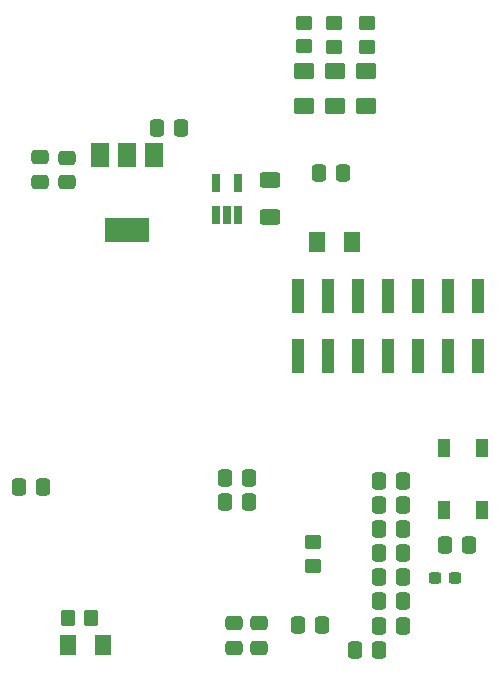
<source format=gbr>
%TF.GenerationSoftware,KiCad,Pcbnew,7.0.7*%
%TF.CreationDate,2023-10-21T12:14:55-04:00*%
%TF.ProjectId,processor,70726f63-6573-4736-9f72-2e6b69636164,rev?*%
%TF.SameCoordinates,Original*%
%TF.FileFunction,Paste,Top*%
%TF.FilePolarity,Positive*%
%FSLAX46Y46*%
G04 Gerber Fmt 4.6, Leading zero omitted, Abs format (unit mm)*
G04 Created by KiCad (PCBNEW 7.0.7) date 2023-10-21 12:14:55*
%MOMM*%
%LPD*%
G01*
G04 APERTURE LIST*
G04 Aperture macros list*
%AMRoundRect*
0 Rectangle with rounded corners*
0 $1 Rounding radius*
0 $2 $3 $4 $5 $6 $7 $8 $9 X,Y pos of 4 corners*
0 Add a 4 corners polygon primitive as box body*
4,1,4,$2,$3,$4,$5,$6,$7,$8,$9,$2,$3,0*
0 Add four circle primitives for the rounded corners*
1,1,$1+$1,$2,$3*
1,1,$1+$1,$4,$5*
1,1,$1+$1,$6,$7*
1,1,$1+$1,$8,$9*
0 Add four rect primitives between the rounded corners*
20,1,$1+$1,$2,$3,$4,$5,0*
20,1,$1+$1,$4,$5,$6,$7,0*
20,1,$1+$1,$6,$7,$8,$9,0*
20,1,$1+$1,$8,$9,$2,$3,0*%
G04 Aperture macros list end*
%ADD10RoundRect,0.250000X-0.337500X-0.475000X0.337500X-0.475000X0.337500X0.475000X-0.337500X0.475000X0*%
%ADD11RoundRect,0.250000X0.337500X0.475000X-0.337500X0.475000X-0.337500X-0.475000X0.337500X-0.475000X0*%
%ADD12RoundRect,0.250001X-0.462499X-0.624999X0.462499X-0.624999X0.462499X0.624999X-0.462499X0.624999X0*%
%ADD13R,0.650000X1.560000*%
%ADD14R,1.000000X1.550000*%
%ADD15RoundRect,0.250000X-0.450000X0.350000X-0.450000X-0.350000X0.450000X-0.350000X0.450000X0.350000X0*%
%ADD16R,1.000000X3.000000*%
%ADD17RoundRect,0.237500X-0.300000X-0.237500X0.300000X-0.237500X0.300000X0.237500X-0.300000X0.237500X0*%
%ADD18RoundRect,0.250001X0.624999X-0.462499X0.624999X0.462499X-0.624999X0.462499X-0.624999X-0.462499X0*%
%ADD19R,1.500000X2.000000*%
%ADD20R,3.800000X2.000000*%
%ADD21RoundRect,0.250000X-0.475000X0.337500X-0.475000X-0.337500X0.475000X-0.337500X0.475000X0.337500X0*%
%ADD22RoundRect,0.250000X0.475000X-0.337500X0.475000X0.337500X-0.475000X0.337500X-0.475000X-0.337500X0*%
%ADD23RoundRect,0.250000X0.350000X0.450000X-0.350000X0.450000X-0.350000X-0.450000X0.350000X-0.450000X0*%
%ADD24RoundRect,0.250001X0.462499X0.624999X-0.462499X0.624999X-0.462499X-0.624999X0.462499X-0.624999X0*%
%ADD25RoundRect,0.250000X-0.625000X0.400000X-0.625000X-0.400000X0.625000X-0.400000X0.625000X0.400000X0*%
G04 APERTURE END LIST*
D10*
%TO.C,C1*%
X160993000Y-81280000D03*
X163068000Y-81280000D03*
%TD*%
D11*
%TO.C,C12*%
X168164155Y-107369155D03*
X166089155Y-107369155D03*
%TD*%
%TO.C,C18*%
X168169500Y-117567155D03*
X166094500Y-117567155D03*
%TD*%
D12*
%TO.C,F1*%
X160818500Y-87122000D03*
X163793500Y-87122000D03*
%TD*%
D11*
%TO.C,C19*%
X137691000Y-107926000D03*
X135616000Y-107926000D03*
%TD*%
D13*
%TO.C,U2*%
X152278000Y-84836000D03*
X153228000Y-84836000D03*
X154178000Y-84836000D03*
X154178000Y-82136000D03*
X152278000Y-82136000D03*
%TD*%
D11*
%TO.C,C13*%
X168164155Y-115497155D03*
X166089155Y-115497155D03*
%TD*%
%TO.C,C17*%
X168169500Y-119634000D03*
X166094500Y-119634000D03*
%TD*%
%TO.C,C15*%
X168164155Y-111433155D03*
X166089155Y-111433155D03*
%TD*%
D14*
%TO.C,S1*%
X171628000Y-109813000D03*
X171628000Y-104563000D03*
X174828000Y-109813000D03*
X174828000Y-104563000D03*
%TD*%
D15*
%TO.C,R4*%
X162306000Y-68612000D03*
X162306000Y-70612000D03*
%TD*%
%TO.C,R2*%
X160528000Y-112554000D03*
X160528000Y-114554000D03*
%TD*%
D11*
%TO.C,C7*%
X155126155Y-109147155D03*
X153051155Y-109147155D03*
%TD*%
D16*
%TO.C,J2*%
X159258000Y-91734000D03*
X159258000Y-96774000D03*
X161798000Y-91734000D03*
X161798000Y-96774000D03*
X164338000Y-91734000D03*
X164338000Y-96774000D03*
X166878000Y-91734000D03*
X166878000Y-96774000D03*
X169418000Y-91734000D03*
X169418000Y-96774000D03*
X171958000Y-91734000D03*
X171958000Y-96774000D03*
X174498000Y-91734000D03*
X174498000Y-96774000D03*
%TD*%
D17*
%TO.C,FB1*%
X170841500Y-115570000D03*
X172566500Y-115570000D03*
%TD*%
D11*
%TO.C,C9*%
X166132155Y-121720155D03*
X164057155Y-121720155D03*
%TD*%
D18*
%TO.C,D4*%
X165012000Y-75655500D03*
X165012000Y-72680500D03*
%TD*%
D19*
%TO.C,U3*%
X147080000Y-79806000D03*
X144780000Y-79806000D03*
X142480000Y-79806000D03*
D20*
X144780000Y-86106000D03*
%TD*%
D10*
%TO.C,C3*%
X147277000Y-77470000D03*
X149352000Y-77470000D03*
%TD*%
D15*
%TO.C,R6*%
X165100000Y-68612000D03*
X165100000Y-70612000D03*
%TD*%
D10*
%TO.C,C5*%
X171682500Y-112776000D03*
X173757500Y-112776000D03*
%TD*%
D11*
%TO.C,C14*%
X168164155Y-113465155D03*
X166089155Y-113465155D03*
%TD*%
D21*
%TO.C,C20*%
X137414000Y-79988500D03*
X137414000Y-82063500D03*
%TD*%
D22*
%TO.C,C10*%
X153813155Y-121487655D03*
X153813155Y-119412655D03*
%TD*%
D18*
%TO.C,D1*%
X159756000Y-75655500D03*
X159756000Y-72680500D03*
%TD*%
%TO.C,D2*%
X162384000Y-75655500D03*
X162384000Y-72680500D03*
%TD*%
D15*
%TO.C,R3*%
X159766000Y-68580000D03*
X159766000Y-70580000D03*
%TD*%
D11*
%TO.C,C16*%
X168164155Y-109401155D03*
X166089155Y-109401155D03*
%TD*%
D23*
%TO.C,R5*%
X141752500Y-118999000D03*
X139752500Y-118999000D03*
%TD*%
D24*
%TO.C,D3*%
X142748000Y-121285000D03*
X139773000Y-121285000D03*
%TD*%
D10*
%TO.C,C11*%
X153029655Y-107115155D03*
X155104655Y-107115155D03*
%TD*%
D25*
%TO.C,R1*%
X156911000Y-81909543D03*
X156911000Y-85009543D03*
%TD*%
D21*
%TO.C,C6*%
X155956000Y-119434155D03*
X155956000Y-121509155D03*
%TD*%
D11*
%TO.C,C8*%
X161284655Y-119561155D03*
X159209655Y-119561155D03*
%TD*%
D21*
%TO.C,C4*%
X139700000Y-80010000D03*
X139700000Y-82085000D03*
%TD*%
M02*

</source>
